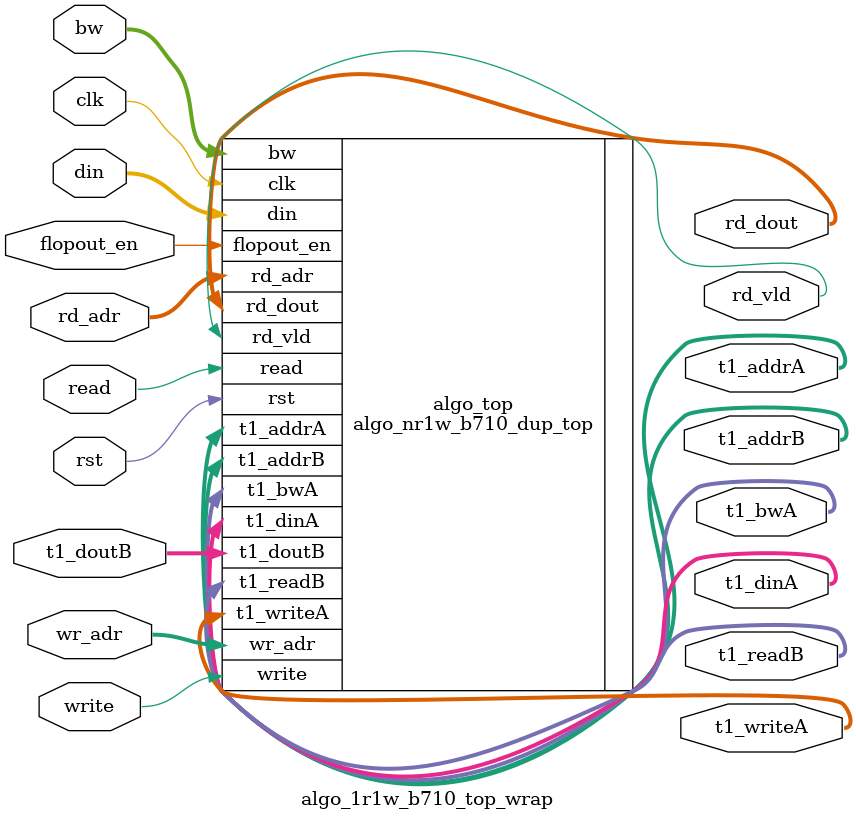
<source format=v>
module algo_1r1w_b710_top_wrap
#(parameter IP_WIDTH = 32, parameter IP_BITWIDTH = 5, parameter IP_DECCBITS = 7, parameter IP_NUMADDR = 8192, parameter IP_BITADDR = 13, 
parameter IP_NUMVBNK = 4,	parameter IP_BITVBNK = 2, parameter IP_BITPBNK = 3,
parameter IP_ENAECC = 0, parameter IP_ENAPAR = 0, parameter IP_SECCBITS = 4, parameter IP_SECCDWIDTH = 3, 
parameter FLOPECC = 0, parameter FLOPIN = 0, parameter FLOPOUT = 0, parameter FLOPCMD = 0, parameter FLOPMEM = 0,

parameter T1_WIDTH = 64, parameter T1_NUMVBNK = 1, parameter T1_BITVBNK = 1, parameter T1_DELAY = 1,
parameter T1_BITWSPF = 0, parameter T1_NUMWRDS = 1, parameter T1_BITWRDS = 1,  parameter T1_NUMSROW = 4096, parameter T1_BITSROW = 12, parameter T1_PHYWDTH = 128,
parameter T1_NUMVROW = 8192, parameter T1_BITVROW = 13
)

(clk, rst, write, wr_adr, bw, din, read, rd_adr, rd_dout, rd_vld, flopout_en,
 t1_writeA, t1_addrA, t1_dinA, t1_bwA, t1_readB, t1_addrB, t1_doutB);

  parameter WIDTH = IP_WIDTH;
  parameter BITWDTH = IP_BITWIDTH;
  parameter ENAPAR = IP_ENAPAR;
  parameter ENAECC = IP_ENAECC;
  parameter ECCWDTH = IP_DECCBITS;
  parameter NUMRDPT = 1;
  parameter NUMADDR = IP_NUMADDR;
  parameter BITADDR = IP_BITADDR;
  parameter NUMVROW = T1_NUMVROW;
  parameter BITVROW = T1_BITVROW;
  parameter NUMVBNK = IP_NUMVBNK;
  parameter BITVBNK = (IP_BITVBNK==0) ? 1 : IP_BITVBNK;
  parameter SRAM_DELAY = T1_DELAY;
  parameter NUMWRDS = T1_NUMWRDS;      // ALIGN Parameters
  parameter BITWRDS = T1_BITWRDS;
  parameter NUMSROW = T1_NUMSROW;
  parameter BITSROW = T1_BITSROW;      
  parameter PHYWDTH = T1_PHYWDTH;
  parameter BITPADR = IP_BITVBNK+BITSROW+BITWRDS+1;
  parameter FLOPWTH = FLOPOUT >0?FLOPOUT:1;

  input                                            write;
  input [BITADDR-1:0]                              wr_adr;
  input [WIDTH-1:0]                                bw;
  input [WIDTH-1:0]                                din;

  input [NUMRDPT-1:0]                              read;
  input [NUMRDPT*BITADDR-1:0]                      rd_adr;
  output [NUMRDPT-1:0]                             rd_vld;
  output [NUMRDPT*WIDTH-1:0]                       rd_dout;

  input                                            clk, rst;

  input [FLOPWTH-1:0]                              flopout_en;

  output [NUMRDPT*NUMVBNK-1:0]                     t1_writeA;
  output [NUMRDPT*NUMVBNK*BITSROW-1:0]   		   t1_addrA;
  output [NUMRDPT*NUMVBNK*PHYWDTH-1:0]             t1_dinA;
  output [NUMRDPT*NUMVBNK*PHYWDTH-1:0]             t1_bwA;

  output [NUMRDPT*NUMVBNK-1:0]                     t1_readB;
  output [NUMRDPT*NUMVBNK*BITSROW-1:0]   		   t1_addrB;
  input  [NUMRDPT*NUMVBNK*PHYWDTH-1:0]             t1_doutB;


  algo_nr1w_b710_dup_top #(.WIDTH(WIDTH), .BITWDTH(BITWDTH), .NUMRDPT(NUMRDPT), .ENAPAR(ENAPAR), .ENAECC(ENAECC), .ECCWDTH(ECCWDTH),
					  .NUMADDR(NUMADDR), .BITADDR(BITADDR), .NUMVROW(NUMVROW), .BITVROW(BITVROW), .NUMVBNK(NUMVBNK), .BITVBNK(BITVBNK),
					  .NUMWRDS(NUMWRDS),   .BITWRDS(BITWRDS),   .NUMSROW(NUMSROW),   .BITSROW(BITSROW), .PHYWDTH(PHYWDTH), 
					  .SRAM_DELAY(SRAM_DELAY), .FLOPIN(FLOPIN),   .FLOPCMD(FLOPCMD),   .FLOPMEM(FLOPMEM),   .FLOPOUT(FLOPOUT),  .FLOPWTH(FLOPWTH))
				algo_top
					(.clk(clk), .rst(rst), 
					 .write(write), .wr_adr(wr_adr), .bw(bw), .din(din),
                     .flopout_en(flopout_en),
					 .read(read), .rd_adr(rd_adr), .rd_vld(rd_vld), .rd_dout(rd_dout), 
					 .t1_writeA(t1_writeA), .t1_addrA(t1_addrA), .t1_dinA(t1_dinA), .t1_bwA(t1_bwA), .t1_readB(t1_readB), .t1_addrB(t1_addrB), .t1_doutB(t1_doutB));
  
endmodule    //algo_1r1w_b10_top_wrap


</source>
